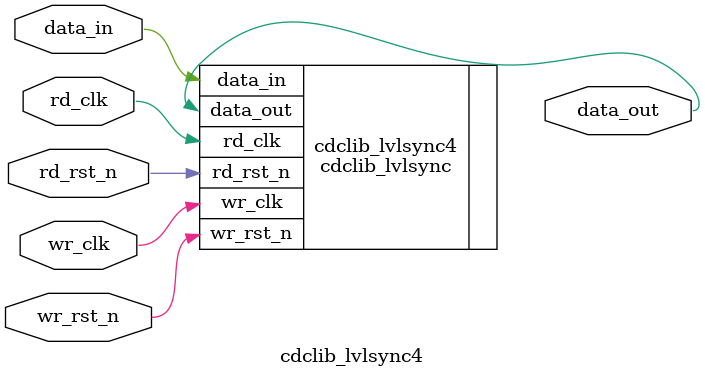
<source format=v>

module cdclib_lvlsync4
   #(
      parameter EN_PULSE_MODE    = 0, // Enable Pulse mode i.e O/P data pulses for change in I/P
      parameter DWIDTH           = 1, // Sync Data input 
      parameter ACTIVE_LEVEL     = 1, // 1: Active high; 0: Active low      
      parameter WR_CLK_FREQ_MHZ     = 1000,   // Clock frequency (in MHz)    
      parameter RD_CLK_FREQ_MHZ     = 1000,   // Clock frequency (in MHz)    
      parameter VID          = 1     // 1: VID, 0: preVID
    )
   (
   // Inputs
   input  wire               wr_clk,      // write clock
   input  wire               rd_clk,      // read clock
   input  wire               wr_rst_n,    // async reset for write clock domain
   input  wire               rd_rst_n,    // async reset for read clock domain
   input  wire  [DWIDTH-1:0] data_in,     // data in
   // Outputs
   output wire  [DWIDTH-1:0] data_out     // data out
   );

// 4-stage synchronizer   
localparam SYNCSTAGE = 4;

// level-sync module
cdclib_lvlsync 
   #(
      .EN_PULSE_MODE(EN_PULSE_MODE), // Enable Pulse mode i.e O/P data pulses for change in I/P
      .DWIDTH(DWIDTH),               // Sync Data input 
      .SYNCSTAGE(SYNCSTAGE),         // Sync stages
      .ACTIVE_LEVEL(ACTIVE_LEVEL),   // Active level
      .WR_CLK_FREQ_MHZ(WR_CLK_FREQ_MHZ),
      .RD_CLK_FREQ_MHZ(RD_CLK_FREQ_MHZ),
      .VID	(VID)
    ) cdclib_lvlsync4
   (
   // Inputs
   .wr_clk(wr_clk),       // write clock
   .rd_clk(rd_clk),       // read clock
   .wr_rst_n(wr_rst_n),   // async reset for write clock domain
   .rd_rst_n(rd_rst_n),   // async reset for read clock domain
   .data_in(data_in),     // data in
   // Outputs
   .data_out(data_out)    // data out
   );

endmodule //cdclib_lvlsync3

</source>
